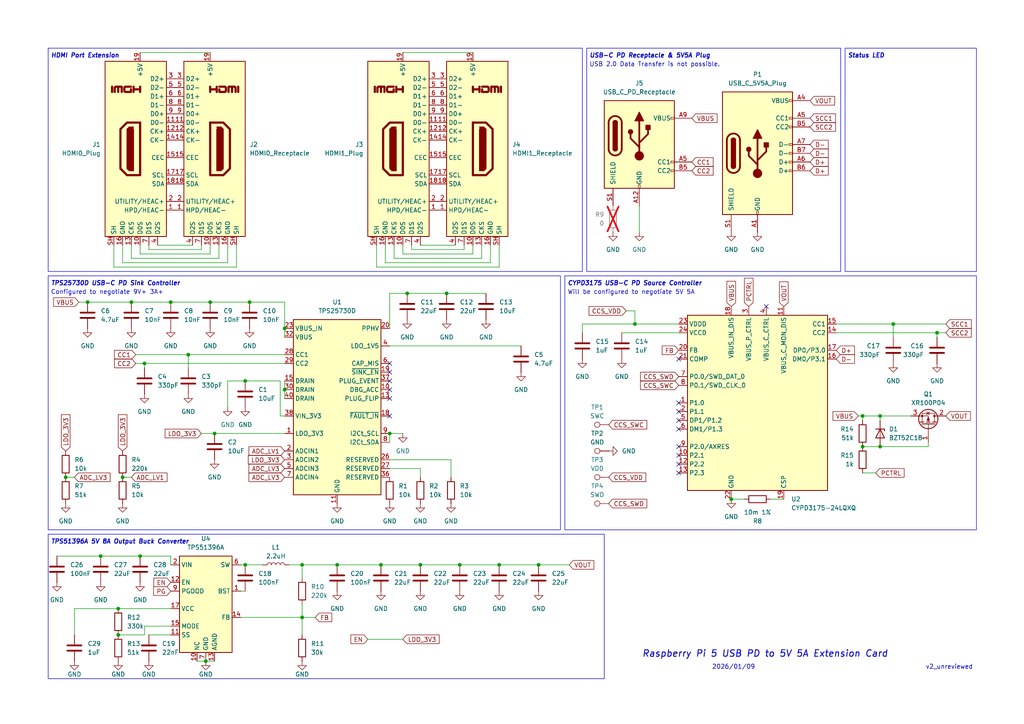
<source format=kicad_sch>
(kicad_sch (version 20250114) (generator "eeschema") (generator_version "9.0")
  (paper "A4")
  (rectangle (start 163.83 80.01) (end 283.21 153.67))
  (rectangle (start 13.97 80.01) (end 162.56 153.67))
  (rectangle (start 170.18 13.97) (end 243.84 78.74))
  (rectangle (start 13.97 13.97) (end 168.91 78.74))
  (rectangle (start 13.97 154.94) (end 175.26 196.85))
  (rectangle (start 245.11 13.97) (end 283.21 78.74))
  (text "Status LED" (at 245.872 16.256 0) (effects (font (size 1.27 1.27) (thickness 0.254) (bold yes) (italic yes)) (justify left)))
  (text "2026/01/09" (at 206.502 193.548 0) (effects (font (size 1.27 1.27) (thickness 0.1588)) (justify left)))
  (text "Configured to negotiate 9V+ 3A+" (at 14.732 84.836 0) (effects (font (size 1.27 1.27)) (justify left)))
  (text "v2_unreviewed" (at 268.478 193.548 0) (effects (font (size 1.27 1.27) (thickness 0.1588)) (justify left)))
  (text "USB 2.0 Data Transfer is not possible." (at 170.942 18.796 0) (effects (font (size 1.27 1.27)) (justify left)))
  (text "TPS51396A 5V 8A Output Buck Converter" (at 14.732 157.226 0) (effects (font (size 1.27 1.27) (thickness 0.254) (bold yes) (italic yes)) (justify left)))
  (text "HDMI Port Extension" (at 14.732 16.256 0) (effects (font (size 1.27 1.27) (thickness 0.254) (bold yes) (italic yes)) (justify left)))
  (text "CYPD3175 USB-C PD Source Controller" (at 164.592 82.296 0) (effects (font (size 1.27 1.27) (thickness 0.254) (bold yes) (italic yes)) (justify left)))
  (text "Raspberry Pi 5 USB PD to 5V 5A Extension Card" (at 186.182 189.738 0) (effects (font (size 1.905 1.905) (thickness 0.254) (bold yes) (italic yes)) (justify left)))
  (text "Will be configured to negotiate 5V 5A" (at 164.592 84.836 0) (effects (font (size 1.27 1.27)) (justify left)))
  (text "USB-C PD Receptacle & 5V5A Plug" (at 170.942 16.256 0) (effects (font (size 1.27 1.27) (thickness 0.254) (bold yes) (italic yes)) (justify left)))
  (text "TPS25730D USB-C PD Sink Controller" (at 14.732 82.296 0) (effects (font (size 1.27 1.27) (thickness 0.254) (bold yes) (italic yes)) (justify left)))
  (junction (at 87.63 179.07))
  (junction (at 87.63 163.83))
  (junction (at 110.49 163.83))
  (junction (at 121.92 163.83))
  (junction (at 59.69 191.77))
  (junction (at 82.55 95.25))
  (junction (at 72.39 87.63))
  (junction (at 49.53 87.63))
  (junction (at 71.12 163.83))
  (junction (at 129.54 85.09))
  (junction (at 271.78 96.52))
  (junction (at 250.19 129.54))
  (junction (at 212.09 144.78))
  (junction (at 144.78 163.83))
  (junction (at 97.79 163.83))
  (junction (at 62.23 125.73))
  (junction (at 41.91 105.41))
  (junction (at 255.27 120.65))
  (junction (at 25.4 87.63))
  (junction (at 156.21 163.83))
  (junction (at 71.12 110.49))
  (junction (at 255.27 129.54))
  (junction (at 38.1 87.63))
  (junction (at 40.64 161.29))
  (junction (at 82.55 113.03))
  (junction (at 60.96 87.63))
  (junction (at 259.08 93.98))
  (junction (at 35.56 138.43))
  (junction (at 34.29 184.15))
  (junction (at 133.35 163.83))
  (junction (at 34.29 176.53))
  (junction (at 29.21 161.29))
  (junction (at 118.11 85.09))
  (junction (at 113.03 125.73))
  (junction (at 54.61 102.87))
  (junction (at 250.19 120.65))
  (junction (at 184.15 93.98))
  (junction (at 19.05 138.43))
  (no_connect (at 196.85 104.14))
  (no_connect (at 113.03 120.65))
  (no_connect (at 113.03 105.41))
  (no_connect (at 196.85 132.08))
  (no_connect (at 196.85 124.46))
  (no_connect (at 196.85 129.54))
  (no_connect (at 196.85 116.84))
  (no_connect (at 113.03 107.95))
  (no_connect (at 113.03 113.03))
  (no_connect (at 196.85 137.16))
  (no_connect (at 222.25 88.9))
  (no_connect (at 113.03 110.49))
  (no_connect (at 196.85 121.92))
  (no_connect (at 196.85 134.62))
  (no_connect (at 196.85 119.38))
  (no_connect (at 113.03 115.57))
  (wire (pts (xy 114.3 71.12) (xy 114.3 74.93)))
  (wire (pts (xy 110.49 163.83) (xy 121.92 163.83)))
  (wire (pts (xy 144.78 71.12) (xy 144.78 77.47)))
  (wire (pts (xy 38.1 138.43) (xy 35.56 138.43)))
  (wire (pts (xy 87.63 179.07) (xy 91.44 179.07)))
  (wire (pts (xy 49.53 87.63) (xy 38.1 87.63)))
  (wire (pts (xy 49.53 181.61) (xy 41.91 181.61)))
  (wire (pts (xy 29.21 161.29) (xy 16.51 161.29)))
  (wire (pts (xy 21.59 138.43) (xy 19.05 138.43)))
  (wire (pts (xy 41.91 106.68) (xy 41.91 105.41)))
  (wire (pts (xy 255.27 129.54) (xy 269.24 129.54)))
  (wire (pts (xy 66.04 110.49) (xy 71.12 110.49)))
  (wire (pts (xy 45.72 71.12) (xy 55.88 71.12)))
  (wire (pts (xy 250.19 129.54) (xy 255.27 129.54)))
  (wire (pts (xy 121.92 138.43) (xy 121.92 135.89)))
  (wire (pts (xy 87.63 163.83) (xy 83.82 163.83)))
  (wire (pts (xy 165.1 163.83) (xy 156.21 163.83)))
  (wire (pts (xy 168.91 93.98) (xy 168.91 96.52)))
  (wire (pts (xy 38.1 74.93) (xy 63.5 74.93)))
  (wire (pts (xy 250.19 121.92) (xy 250.19 120.65)))
  (wire (pts (xy 184.15 93.98) (xy 168.91 93.98)))
  (wire (pts (xy 41.91 105.41) (xy 82.55 105.41)))
  (wire (pts (xy 180.34 96.52) (xy 196.85 96.52)))
  (wire (pts (xy 130.81 133.35) (xy 130.81 138.43)))
  (wire (pts (xy 82.55 87.63) (xy 82.55 95.25)))
  (wire (pts (xy 35.56 71.12) (xy 35.56 76.2)))
  (wire (pts (xy 35.56 76.2) (xy 66.04 76.2)))
  (wire (pts (xy 76.2 163.83) (xy 71.12 163.83)))
  (wire (pts (xy 242.57 96.52) (xy 271.78 96.52)))
  (wire (pts (xy 21.59 176.53) (xy 34.29 176.53)))
  (wire (pts (xy 62.23 125.73) (xy 82.55 125.73)))
  (wire (pts (xy 66.04 76.2) (xy 66.04 71.12)))
  (wire (pts (xy 111.76 76.2) (xy 142.24 76.2)))
  (wire (pts (xy 68.58 71.12) (xy 68.58 77.47)))
  (wire (pts (xy 57.15 191.77) (xy 59.69 191.77)))
  (wire (pts (xy 82.55 113.03) (xy 82.55 115.57)))
  (wire (pts (xy 60.96 87.63) (xy 49.53 87.63)))
  (wire (pts (xy 142.24 76.2) (xy 142.24 71.12)))
  (wire (pts (xy 181.61 90.17) (xy 184.15 90.17)))
  (wire (pts (xy 129.54 85.09) (xy 140.97 85.09)))
  (wire (pts (xy 34.29 176.53) (xy 49.53 176.53)))
  (wire (pts (xy 38.1 87.63) (xy 25.4 87.63)))
  (wire (pts (xy 271.78 96.52) (xy 274.32 96.52)))
  (wire (pts (xy 60.96 73.66) (xy 60.96 71.12)))
  (wire (pts (xy 119.38 71.12) (xy 119.38 72.39)))
  (wire (pts (xy 121.92 163.83) (xy 133.35 163.83)))
  (wire (pts (xy 109.22 77.47) (xy 109.22 71.12)))
  (wire (pts (xy 113.03 95.25) (xy 113.03 85.09)))
  (wire (pts (xy 269.24 129.54) (xy 269.24 128.27)))
  (wire (pts (xy 54.61 102.87) (xy 82.55 102.87)))
  (wire (pts (xy 116.84 73.66) (xy 137.16 73.66)))
  (wire (pts (xy 43.18 184.15) (xy 49.53 184.15)))
  (wire (pts (xy 41.91 184.15) (xy 34.29 184.15)))
  (wire (pts (xy 40.64 71.12) (xy 40.64 73.66)))
  (wire (pts (xy 81.28 120.65) (xy 82.55 120.65)))
  (wire (pts (xy 116.84 185.42) (xy 106.68 185.42)))
  (wire (pts (xy 97.79 163.83) (xy 110.49 163.83)))
  (wire (pts (xy 39.37 105.41) (xy 41.91 105.41)))
  (wire (pts (xy 196.85 93.98) (xy 184.15 93.98)))
  (wire (pts (xy 41.91 181.61) (xy 41.91 184.15)))
  (wire (pts (xy 72.39 87.63) (xy 60.96 87.63)))
  (wire (pts (xy 248.92 120.65) (xy 250.19 120.65)))
  (wire (pts (xy 33.02 77.47) (xy 33.02 71.12)))
  (wire (pts (xy 82.55 110.49) (xy 82.55 113.03)))
  (wire (pts (xy 116.84 15.24) (xy 137.16 15.24)))
  (wire (pts (xy 66.04 110.49) (xy 66.04 118.11)))
  (wire (pts (xy 113.03 128.27) (xy 113.03 125.73)))
  (wire (pts (xy 113.03 133.35) (xy 130.81 133.35)))
  (wire (pts (xy 71.12 171.45) (xy 69.85 171.45)))
  (wire (pts (xy 40.64 73.66) (xy 60.96 73.66)))
  (wire (pts (xy 40.64 15.24) (xy 60.96 15.24)))
  (wire (pts (xy 59.69 191.77) (xy 62.23 191.77)))
  (wire (pts (xy 40.64 161.29) (xy 29.21 161.29)))
  (wire (pts (xy 137.16 73.66) (xy 137.16 71.12)))
  (wire (pts (xy 58.42 125.73) (xy 62.23 125.73)))
  (wire (pts (xy 54.61 106.68) (xy 54.61 102.87)))
  (wire (pts (xy 81.28 110.49) (xy 81.28 120.65)))
  (wire (pts (xy 118.11 85.09) (xy 129.54 85.09)))
  (wire (pts (xy 185.42 67.31) (xy 185.42 59.69)))
  (wire (pts (xy 259.08 93.98) (xy 274.32 93.98)))
  (wire (pts (xy 82.55 87.63) (xy 72.39 87.63)))
  (wire (pts (xy 38.1 71.12) (xy 38.1 74.93)))
  (wire (pts (xy 114.3 74.93) (xy 139.7 74.93)))
  (wire (pts (xy 113.03 125.73) (xy 116.84 125.73)))
  (wire (pts (xy 43.18 72.39) (xy 58.42 72.39)))
  (wire (pts (xy 215.9 144.78) (xy 212.09 144.78)))
  (wire (pts (xy 63.5 74.93) (xy 63.5 71.12)))
  (wire (pts (xy 87.63 175.26) (xy 87.63 179.07)))
  (wire (pts (xy 184.15 90.17) (xy 184.15 93.98)))
  (wire (pts (xy 21.59 184.15) (xy 21.59 176.53)))
  (wire (pts (xy 111.76 71.12) (xy 111.76 76.2)))
  (wire (pts (xy 87.63 167.64) (xy 87.63 163.83)))
  (wire (pts (xy 49.53 163.83) (xy 49.53 161.29)))
  (wire (pts (xy 87.63 163.83) (xy 97.79 163.83)))
  (wire (pts (xy 113.03 85.09) (xy 118.11 85.09)))
  (wire (pts (xy 82.55 97.79) (xy 82.55 95.25)))
  (wire (pts (xy 255.27 121.92) (xy 255.27 120.65)))
  (wire (pts (xy 242.57 93.98) (xy 259.08 93.98)))
  (wire (pts (xy 144.78 77.47) (xy 109.22 77.47)))
  (wire (pts (xy 71.12 163.83) (xy 69.85 163.83)))
  (wire (pts (xy 25.4 87.63) (xy 22.86 87.63)))
  (wire (pts (xy 271.78 97.79) (xy 271.78 96.52)))
  (wire (pts (xy 223.52 144.78) (xy 227.33 144.78)))
  (wire (pts (xy 87.63 184.15) (xy 87.63 179.07)))
  (wire (pts (xy 116.84 71.12) (xy 116.84 73.66)))
  (wire (pts (xy 119.38 72.39) (xy 134.62 72.39)))
  (wire (pts (xy 113.03 100.33) (xy 151.13 100.33)))
  (wire (pts (xy 259.08 97.79) (xy 259.08 93.98)))
  (wire (pts (xy 68.58 77.47) (xy 33.02 77.47)))
  (wire (pts (xy 133.35 163.83) (xy 144.78 163.83)))
  (wire (pts (xy 58.42 72.39) (xy 58.42 71.12)))
  (wire (pts (xy 121.92 135.89) (xy 113.03 135.89)))
  (wire (pts (xy 71.12 110.49) (xy 81.28 110.49)))
  (wire (pts (xy 250.19 120.65) (xy 255.27 120.65)))
  (wire (pts (xy 43.18 71.12) (xy 43.18 72.39)))
  (wire (pts (xy 139.7 74.93) (xy 139.7 71.12)))
  (wire (pts (xy 254 137.16) (xy 250.19 137.16)))
  (wire (pts (xy 49.53 161.29) (xy 40.64 161.29)))
  (wire (pts (xy 69.85 179.07) (xy 87.63 179.07)))
  (wire (pts (xy 255.27 120.65) (xy 264.16 120.65)))
  (wire (pts (xy 39.37 102.87) (xy 54.61 102.87)))
  (wire (pts (xy 144.78 163.83) (xy 156.21 163.83)))
  (wire (pts (xy 134.62 72.39) (xy 134.62 71.12)))
  (wire (pts (xy 121.92 71.12) (xy 132.08 71.12)))
  (global_label "CCS_VDD" (shape input) (at 176.53 138.43 0) (effects (font (thickness 0.1588))) (property "Intersheetrefs" "${INTERSHEET_REFS}" (effects (hide yes))))
  (global_label "VOUT" (shape input) (at 234.95 29.21 0) (property "Intersheetrefs" "${INTERSHEET_REFS}" (effects (hide yes))))
  (global_label "FB" (shape input) (at 91.44 179.07 0) (property "Intersheetrefs" "${INTERSHEET_REFS}" (effects (hide yes))))
  (global_label "SCC1" (shape input) (at 234.95 34.29 0) (property "Intersheetrefs" "${INTERSHEET_REFS}" (effects (hide yes))))
  (global_label "CC2" (shape input) (at 39.37 105.41 180) (effects (font (thickness 0.1588))) (property "Intersheetrefs" "${INTERSHEET_REFS}" (effects (hide yes))))
  (global_label "SCC1" (shape input) (at 274.32 93.98 0) (property "Intersheetrefs" "${INTERSHEET_REFS}" (effects (hide yes))))
  (global_label "EN" (shape input) (at 106.68 185.42 180) (property "Intersheetrefs" "${INTERSHEET_REFS}" (effects (hide yes))))
  (global_label "LDO_3V3" (shape input) (at 35.56 130.81 90) (effects (font (thickness 0.1588))) (property "Intersheetrefs" "${INTERSHEET_REFS}" (effects (hide yes))))
  (global_label "ADC_LV3" (shape input) (at 21.59 138.43 0) (effects (font (thickness 0.1588))) (property "Intersheetrefs" "${INTERSHEET_REFS}" (effects (hide yes))))
  (global_label "D+" (shape input) (at 234.95 49.53 0) (property "Intersheetrefs" "${INTERSHEET_REFS}" (effects (hide yes))))
  (global_label "CCS_VDD" (shape input) (at 181.61 90.17 180) (effects (font (thickness 0.1588))) (property "Intersheetrefs" "${INTERSHEET_REFS}" (effects (hide yes))))
  (global_label "LDO_3V3" (shape input) (at 19.05 130.81 90) (effects (font (thickness 0.1588))) (property "Intersheetrefs" "${INTERSHEET_REFS}" (effects (hide yes))))
  (global_label "CCS_SWC" (shape input) (at 176.53 123.19 0) (effects (font (thickness 0.1588))) (property "Intersheetrefs" "${INTERSHEET_REFS}" (effects (hide yes))))
  (global_label "CCS_SWD" (shape input) (at 176.53 146.05 0) (effects (font (thickness 0.1588))) (property "Intersheetrefs" "${INTERSHEET_REFS}" (effects (hide yes))))
  (global_label "VOUT" (shape input) (at 165.1 163.83 0) (property "Intersheetrefs" "${INTERSHEET_REFS}" (effects (hide yes))))
  (global_label "D-" (shape input) (at 242.57 104.14 0) (property "Intersheetrefs" "${INTERSHEET_REFS}" (effects (hide yes))))
  (global_label "D+" (shape input) (at 234.95 46.99 0) (property "Intersheetrefs" "${INTERSHEET_REFS}" (effects (hide yes))))
  (global_label "ADC_LV3" (shape input) (at 82.55 138.43 180) (effects (font (thickness 0.1588))) (property "Intersheetrefs" "${INTERSHEET_REFS}" (effects (hide yes))))
  (global_label "CCS_SWC" (shape input) (at 196.85 111.76 180) (effects (font (thickness 0.1588))) (property "Intersheetrefs" "${INTERSHEET_REFS}" (effects (hide yes))))
  (global_label "EN" (shape input) (at 49.53 168.91 180) (property "Intersheetrefs" "${INTERSHEET_REFS}" (effects (hide yes))))
  (global_label "VOUT" (shape input) (at 274.32 120.65 0) (property "Intersheetrefs" "${INTERSHEET_REFS}" (effects (hide yes))))
  (global_label "CC1" (shape input) (at 39.37 102.87 180) (property "Intersheetrefs" "${INTERSHEET_REFS}" (effects (hide yes))))
  (global_label "ADC_LV1" (shape input) (at 82.55 130.81 180) (effects (font (thickness 0.1588))) (property "Intersheetrefs" "${INTERSHEET_REFS}" (effects (hide yes))))
  (global_label "CCS_SWD" (shape input) (at 196.85 109.22 180) (effects (font (thickness 0.1588))) (property "Intersheetrefs" "${INTERSHEET_REFS}" (effects (hide yes))))
  (global_label "LDO_3V3" (shape input) (at 116.84 185.42 0) (effects (font (thickness 0.1588))) (property "Intersheetrefs" "${INTERSHEET_REFS}" (effects (hide yes))))
  (global_label "CC2" (shape input) (at 200.66 49.53 0) (effects (font (thickness 0.1588))) (property "Intersheetrefs" "${INTERSHEET_REFS}" (effects (hide yes))))
  (global_label "SCC2" (shape input) (at 234.95 36.83 0) (effects (font (thickness 0.1588))) (property "Intersheetrefs" "${INTERSHEET_REFS}" (effects (hide yes))))
  (global_label "FB" (shape input) (at 196.85 101.6 180) (property "Intersheetrefs" "${INTERSHEET_REFS}" (effects (hide yes))))
  (global_label "VBUS" (shape input) (at 212.09 88.9 90) (property "Intersheetrefs" "${INTERSHEET_REFS}" (effects (hide yes))))
  (global_label "PG" (shape input) (at 49.53 171.45 180) (property "Intersheetrefs" "${INTERSHEET_REFS}" (effects (hide yes))))
  (global_label "ADC_LV3" (shape input) (at 82.55 135.89 180) (effects (font (thickness 0.1588))) (property "Intersheetrefs" "${INTERSHEET_REFS}" (effects (hide yes))))
  (global_label "SCC2" (shape input) (at 274.32 96.52 0) (effects (font (thickness 0.1588))) (property "Intersheetrefs" "${INTERSHEET_REFS}" (effects (hide yes))))
  (global_label "PCTRL" (shape input) (at 217.17 88.9 90) (property "Intersheetrefs" "${INTERSHEET_REFS}" (effects (hide yes))))
  (global_label "CC1" (shape input) (at 200.66 46.99 0) (property "Intersheetrefs" "${INTERSHEET_REFS}" (effects (hide yes))))
  (global_label "D-" (shape input) (at 234.95 44.45 0) (property "Intersheetrefs" "${INTERSHEET_REFS}" (effects (hide yes))))
  (global_label "D+" (shape input) (at 242.57 101.6 0) (property "Intersheetrefs" "${INTERSHEET_REFS}" (effects (hide yes))))
  (global_label "PCTRL" (shape input) (at 254 137.16 0) (property "Intersheetrefs" "${INTERSHEET_REFS}" (effects (hide yes))))
  (global_label "VOUT" (shape input) (at 227.33 88.9 90) (property "Intersheetrefs" "${INTERSHEET_REFS}" (effects (hide yes))))
  (global_label "VBUS" (shape input) (at 22.86 87.63 180) (property "Intersheetrefs" "${INTERSHEET_REFS}" (effects (hide yes))))
  (global_label "LDO_3V3" (shape input) (at 58.42 125.73 180) (effects (font (thickness 0.1588))) (property "Intersheetrefs" "${INTERSHEET_REFS}" (effects (hide yes))))
  (global_label "ADC_LV1" (shape input) (at 38.1 138.43 0) (effects (font (thickness 0.1588))) (property "Intersheetrefs" "${INTERSHEET_REFS}" (effects (hide yes))))
  (global_label "LDO_3V3" (shape input) (at 82.55 133.35 180) (effects (font (thickness 0.1588))) (property "Intersheetrefs" "${INTERSHEET_REFS}" (effects (hide yes))))
  (global_label "D-" (shape input) (at 234.95 41.91 0) (property "Intersheetrefs" "${INTERSHEET_REFS}" (effects (hide yes))))
  (global_label "VBUS" (shape input) (at 248.92 120.65 180) (property "Intersheetrefs" "${INTERSHEET_REFS}" (effects (hide yes))))
  (global_label "VBUS" (shape input) (at 200.66 34.29 0) (property "Intersheetrefs" "${INTERSHEET_REFS}" (effects (hide yes))))
  (symbol (lib_id "power:GND") (at 54.61 114.3 0) (unit 1)
    (property "Reference" "#PWR010" (effects (hide yes)))
    (property "Value" "GND" (at 54.61 119.38 0))
    (property "Description" "Power symbol creates a global label with name \"GND\" , ground" (effects (hide yes)))
  )
  (symbol (lib_id "Device:C") (at 54.61 110.49 0) (unit 1)
    (property "Reference" "C3" (at 58.42 109.2199 0) (effects (justify left)))
    (property "Value" "330pF" (at 58.42 111.7599 0) (effects (justify left)))
    (property "Description" "Unpolarized capacitor" (effects (hide yes)))
  )
  (symbol (lib_id "power:GND") (at 16.51 168.91 0) (unit 1)
    (property "Reference" "#PWR040" (effects (hide yes)))
    (property "Value" "GND" (at 16.51 173.99 0))
    (property "Description" "Power symbol creates a global label with name \"GND\" , ground" (effects (hide yes)))
  )
  (symbol (lib_id "Device:R") (at 250.19 133.35 0) (mirror y) (unit 1)
    (property "Reference" "R15" (at 247.65 132.0799 0) (effects (justify left)))
    (property "Value" "1k" (at 247.65 134.6199 0) (effects (justify left)))
    (property "Description" "Resistor" (effects (hide yes)))
  )
  (symbol (lib_id "Connector:HDMI_D_1.4") (at 40.64 43.18 0) (mirror y) (unit 1)
    (property "Reference" "J1" (at 29.21 41.9099 0) (effects (justify left)))
    (property "Value" "HDMI0_Plug" (at 29.21 44.4499 0) (effects (justify left)))
    (property "Datasheet" "http://pinoutguide.com/PortableDevices/micro_hdmi_type_d_pinout.shtml" (effects (hide yes)))
    (property "Description" "HDMI 1.4+ type D connector" (effects (hide yes)))
  )
  (symbol (lib_id "power:GND") (at 151.13 107.95 0) (unit 1)
    (property "Reference" "#PWR012" (effects (hide yes)))
    (property "Value" "GND" (at 151.13 113.03 0))
    (property "Description" "Power symbol creates a global label with name \"GND\" , ground" (effects (hide yes)))
  )
  (symbol (lib_id "Device:R") (at 34.29 180.34 0) (unit 1)
    (property "Reference" "R12" (at 36.83 179.0699 0) (effects (justify left)))
    (property "Value" "330k" (at 36.83 181.6099 0) (effects (justify left)))
    (property "Description" "Resistor" (effects (hide yes)))
  )
  (symbol (lib_id "power:GND") (at 133.35 171.45 0) (unit 1)
    (property "Reference" "#PWR037" (effects (hide yes)))
    (property "Value" "GND" (at 133.35 176.53 0))
    (property "Description" "Power symbol creates a global label with name \"GND\" , ground" (effects (hide yes)))
  )
  (symbol (lib_id "power:GND") (at 156.21 171.45 0) (unit 1)
    (property "Reference" "#PWR039" (effects (hide yes)))
    (property "Value" "GND" (at 156.21 176.53 0))
    (property "Description" "Power symbol creates a global label with name \"GND\" , ground" (effects (hide yes)))
  )
  (symbol (lib_id "power:GND") (at 110.49 171.45 0) (unit 1)
    (property "Reference" "#PWR035" (effects (hide yes)))
    (property "Value" "GND" (at 110.49 176.53 0))
    (property "Description" "Power symbol creates a global label with name \"GND\" , ground" (effects (hide yes)))
  )
  (symbol (lib_id "Connector:TestPoint") (at 176.53 130.81 90) (unit 1)
    (property "Reference" "TP2" (at 173.228 125.73 90))
    (property "Value" "GND" (at 173.228 128.27 90))
    (property "Description" "test point" (effects (hide yes)))
  )
  (symbol (lib_id "Device:R") (at 130.81 142.24 0) (unit 1)
    (property "Reference" "R3" (at 133.35 140.9699 0) (effects (justify left)))
    (property "Value" "10k" (at 133.35 143.5099 0) (effects (justify left)))
    (property "Description" "Resistor" (effects (hide yes)))
  )
  (symbol (lib_id "Device:C") (at 121.92 167.64 0) (unit 1)
    (property "Reference" "C22" (at 125.73 166.3699 0) (effects (justify left)))
    (property "Value" "22uF" (at 125.73 168.9099 0) (effects (justify left)))
    (property "Description" "Unpolarized capacitor" (effects (hide yes)))
  )
  (symbol (lib_id "power:GND") (at 62.23 133.35 0) (unit 1)
    (property "Reference" "#PWR09" (effects (hide yes)))
    (property "Value" "GND" (at 62.23 138.43 0))
    (property "Description" "Power symbol creates a global label with name \"GND\" , ground" (effects (hide yes)))
  )
  (symbol (lib_id "power:GND") (at 144.78 171.45 0) (unit 1)
    (property "Reference" "#PWR038" (effects (hide yes)))
    (property "Value" "GND" (at 144.78 176.53 0))
    (property "Description" "Power symbol creates a global label with name \"GND\" , ground" (effects (hide yes)))
  )
  (symbol (lib_id "Regulator_Switching:TPS51396A") (at 59.69 173.99 0) (unit 1)
    (property "Reference" "U4" (at 59.69 156.21 0))
    (property "Value" "TPS51396A" (at 59.69 158.75 0))
    (property "Footprint" "Package_DFN_QFN:Texas_RJE0020A_VQFN-20-1EP_3x3mm_P0.45mm_EP0.675x0.76mm" (effects (hide yes)))
    (property "Datasheet" "https://www.ti.com/lit/gpn/tps51396a" (effects (hide yes)))
    (property "Description" "4.5V to 24V Input, 8A Synchronous Step-Down Voltage Regulator, VQFN-20" (effects (hide yes)))
  )
  (symbol (lib_id "power:GND") (at 21.59 191.77 0) (unit 1)
    (property "Reference" "#PWR044" (effects (hide yes)))
    (property "Value" "GND" (at 21.59 195.58 0))
    (property "Description" "Power symbol creates a global label with name \"GND\" , ground" (effects (hide yes)))
  )
  (symbol (lib_id "Device:C") (at 129.54 88.9 0) (unit 1)
    (property "Reference" "C12" (at 133.35 87.6299 0) (effects (justify left)))
    (property "Value" "22uF" (at 133.35 90.1699 0) (effects (justify left)))
    (property "Description" "Unpolarized capacitor" (effects (hide yes)))
  )
  (symbol (lib_id "Connector:TestPoint") (at 176.53 138.43 90) (unit 1)
    (property "Reference" "TP3" (at 173.228 133.35 90))
    (property "Value" "VDD" (at 173.228 135.89 90))
    (property "Description" "test point" (effects (hide yes)))
  )
  (symbol (lib_id "power:GND") (at 25.4 95.25 0) (unit 1)
    (property "Reference" "#PWR013" (effects (hide yes)))
    (property "Value" "GND" (at 25.4 100.33 0))
    (property "Description" "Power symbol creates a global label with name \"GND\" , ground" (effects (hide yes)))
  )
  (symbol (lib_id "Interface_USB:TPS25730D") (at 97.79 118.11 0) (unit 1)
    (property "Reference" "U1" (at 97.79 87.63 0))
    (property "Value" "TPS25730D" (at 97.79 90.17 0))
    (property "Footprint" "Package_DFN_QFN:Texas_REF0038A_WQFN-38-2EP_6x4mm_P0.4" (effects (hide yes)))
    (property "Datasheet" "https://www.ti.com/lit/ds/symlink/tps25730.pdf" (effects (hide yes)))
    (property "Description" "USB Type-C and USB PD Controller, Integrated Power Switches, QFN-38" (effects (hide yes)))
  )
  (symbol (lib_id "power:GND") (at 49.53 95.25 0) (unit 1)
    (property "Reference" "#PWR015" (effects (hide yes)))
    (property "Value" "GND" (at 49.53 100.33 0))
    (property "Description" "Power symbol creates a global label with name \"GND\" , ground" (effects (hide yes)))
  )
  (symbol (lib_id "Device:C") (at 16.51 165.1 0) (unit 1)
    (property "Reference" "C26" (at 20.32 163.8299 0) (effects (justify left)))
    (property "Value" "100nF" (at 20.32 166.3699 0) (effects (justify left)))
    (property "Description" "Unpolarized capacitor" (effects (hide yes)))
  )
  (symbol (lib_id "Device:C") (at 259.08 101.6 0) (mirror y) (unit 1)
    (property "Reference" "C17" (at 255.27 100.3299 0) (effects (justify left)))
    (property "Value" "330pF" (at 255.27 102.8699 0) (effects (justify left)))
    (property "Description" "Unpolarized capacitor" (effects (hide yes)))
  )
  (symbol (lib_id "Device:R") (at 219.71 144.78 270) (mirror x) (unit 1)
    (property "Reference" "R8" (at 219.71 151.13 90))
    (property "Value" "10m 1%" (at 219.71 148.59 90))
    (property "Description" "Resistor" (effects (hide yes)))
  )
  (symbol (lib_id "power:GND") (at 97.79 171.45 0) (unit 1)
    (property "Reference" "#PWR034" (effects (hide yes)))
    (property "Value" "GND" (at 97.79 176.53 0))
    (property "Description" "Power symbol creates a global label with name \"GND\" , ground" (effects (hide yes)))
  )
  (symbol (lib_id "Device:C") (at 43.18 187.96 0) (unit 1)
    (property "Reference" "C19" (at 46.99 186.6899 0) (effects (justify left)))
    (property "Value" "22nF" (at 46.99 189.2299 0) (effects (justify left)))
    (property "Description" "Unpolarized capacitor" (effects (hide yes)))
  )
  (symbol (lib_id "Device:R") (at 250.19 125.73 0) (mirror y) (unit 1)
    (property "Reference" "R14" (at 247.65 124.4599 0) (effects (justify left)))
    (property "Value" "51k" (at 247.65 126.9999 0) (effects (justify left)))
    (property "Description" "Resistor" (effects (hide yes)))
  )
  (symbol (lib_id "Device:R") (at 19.05 134.62 0) (unit 1)
    (property "Reference" "R6" (at 21.59 133.3499 0) (effects (justify left)))
    (property "Value" "10k" (at 21.59 135.8899 0) (effects (justify left)))
    (property "Description" "Resistor" (effects (hide yes)))
  )
  (symbol (lib_id "Device:L") (at 80.01 163.83 90) (unit 1)
    (property "Reference" "L1" (at 80.01 158.75 90))
    (property "Value" "2.2uH" (at 80.01 161.29 90))
    (property "Description" "Inductor" (effects (hide yes)))
  )
  (symbol (lib_id "power:GND") (at 60.96 95.25 0) (unit 1)
    (property "Reference" "#PWR016" (effects (hide yes)))
    (property "Value" "GND" (at 60.96 100.33 0))
    (property "Description" "Power symbol creates a global label with name \"GND\" , ground" (effects (hide yes)))
  )
  (symbol (lib_id "Connector:HDMI_D_1.4") (at 137.16 43.18 0) (unit 1)
    (property "Reference" "J4" (at 148.59 41.9099 0) (effects (justify left)))
    (property "Value" "HDMI1_Receptacle" (at 148.59 44.4499 0) (effects (justify left)))
    (property "Datasheet" "http://pinoutguide.com/PortableDevices/micro_hdmi_type_d_pinout.shtml" (effects (hide yes)))
    (property "Description" "HDMI 1.4+ type D connector" (effects (hide yes)))
  )
  (symbol (lib_id "power:GND") (at 176.53 130.81 90) (unit 1)
    (property "Reference" "#PWR045" (effects (hide yes)))
    (property "Value" "GND" (at 180.34 130.8099 90) (effects (justify right)))
    (property "Description" "Power symbol creates a global label with name \"GND\" , ground" (effects (hide yes)))
  )
  (symbol (lib_id "power:GND") (at 97.79 146.05 0) (unit 1)
    (property "Reference" "#PWR03" (effects (hide yes)))
    (property "Value" "GND" (at 97.79 151.13 0))
    (property "Description" "Power symbol creates a global label with name \"GND\" , ground" (effects (hide yes)))
  )
  (symbol (lib_id "power:GND") (at 66.04 118.11 0) (unit 1)
    (property "Reference" "#PWR02" (effects (hide yes)))
    (property "Value" "GND" (at 66.04 123.19 0))
    (property "Description" "Power symbol creates a global label with name \"GND\" , ground" (effects (hide yes)))
  )
  (symbol (lib_id "Connector:HDMI_D_1.4") (at 60.96 43.18 0) (unit 1)
    (property "Reference" "J2" (at 72.39 41.9099 0) (effects (justify left)))
    (property "Value" "HDMI0_Receptacle" (at 72.39 44.4499 0) (effects (justify left)))
    (property "Datasheet" "http://pinoutguide.com/PortableDevices/micro_hdmi_type_d_pinout.shtml" (effects (hide yes)))
    (property "Description" "HDMI 1.4+ type D connector" (effects (hide yes)))
  )
  (symbol (lib_id "power:GND") (at 121.92 171.45 0) (unit 1)
    (property "Reference" "#PWR036" (effects (hide yes)))
    (property "Value" "GND" (at 121.92 176.53 0))
    (property "Description" "Power symbol creates a global label with name \"GND\" , ground" (effects (hide yes)))
  )
  (symbol (lib_id "Device:C") (at 40.64 165.1 0) (unit 1)
    (property "Reference" "C28" (at 44.45 163.8299 0) (effects (justify left)))
    (property "Value" "22uF" (at 44.45 166.3699 0) (effects (justify left)))
    (property "Description" "Unpolarized capacitor" (effects (hide yes)))
  )
  (symbol (lib_id "power:GND") (at 140.97 92.71 0) (unit 1)
    (property "Reference" "#PWR020" (effects (hide yes)))
    (property "Value" "GND" (at 140.97 97.79 0))
    (property "Description" "Power symbol creates a global label with name \"GND\" , ground" (effects (hide yes)))
  )
  (symbol (lib_id "power:GND") (at 177.8 67.31 0) (unit 1)
    (property "Reference" "#PWR028" (effects (hide yes)))
    (property "Value" "GND" (at 177.8 72.39 0))
    (property "Description" "Power symbol creates a global label with name \"GND\" , ground" (effects (hide yes)))
  )
  (symbol (lib_id "Device:R") (at 87.63 187.96 0) (unit 1)
    (property "Reference" "R11" (at 90.17 186.6899 0) (effects (justify left)))
    (property "Value" "30k" (at 90.17 189.2299 0) (effects (justify left)))
    (property "Description" "Resistor" (effects (hide yes)))
  )
  (symbol (lib_id "power:GND") (at 116.84 125.73 0) (unit 1)
    (property "Reference" "#PWR021" (effects (hide yes)))
    (property "Value" "GND" (at 116.84 130.81 0))
    (property "Description" "Power symbol creates a global label with name \"GND\" , ground" (effects (hide yes)))
  )
  (symbol (lib_id "power:GND") (at 29.21 168.91 0) (unit 1)
    (property "Reference" "#PWR041" (effects (hide yes)))
    (property "Value" "GND" (at 29.21 173.99 0))
    (property "Description" "Power symbol creates a global label with name \"GND\" , ground" (effects (hide yes)))
  )
  (symbol (lib_id "power:GND") (at 41.91 114.3 0) (unit 1)
    (property "Reference" "#PWR011" (effects (hide yes)))
    (property "Value" "GND" (at 41.91 119.38 0))
    (property "Description" "Power symbol creates a global label with name \"GND\" , ground" (effects (hide yes)))
  )
  (symbol (lib_id "Device:C") (at 271.78 101.6 0) (mirror y) (unit 1)
    (property "Reference" "C16" (at 267.97 100.3299 0) (effects (justify left)))
    (property "Value" "330pF" (at 267.97 102.8699 0) (effects (justify left)))
    (property "Description" "Unpolarized capacitor" (effects (hide yes)))
  )
  (symbol (lib_id "power:GND") (at 34.29 191.77 0) (unit 1)
    (property "Reference" "#PWR043" (effects (hide yes)))
    (property "Value" "GND" (at 34.29 195.58 0))
    (property "Description" "Power symbol creates a global label with name \"GND\" , ground" (effects (hide yes)))
  )
  (symbol (lib_id "power:GND") (at 35.56 146.05 0) (unit 1)
    (property "Reference" "#PWR07" (effects (hide yes)))
    (property "Value" "GND" (at 35.56 151.13 0))
    (property "Description" "Power symbol creates a global label with name \"GND\" , ground" (effects (hide yes)))
  )
  (symbol (lib_id "power:GND") (at 38.1 95.25 0) (unit 1)
    (property "Reference" "#PWR014" (effects (hide yes)))
    (property "Value" "GND" (at 38.1 100.33 0))
    (property "Description" "Power symbol creates a global label with name \"GND\" , ground" (effects (hide yes)))
  )
  (symbol (lib_id "Device:C") (at 144.78 167.64 0) (unit 1)
    (property "Reference" "C24" (at 148.59 166.3699 0) (effects (justify left)))
    (property "Value" "22uF" (at 148.59 168.9099 0) (effects (justify left)))
    (property "Description" "Unpolarized capacitor" (effects (hide yes)))
  )
  (symbol (lib_id "power:GND") (at 59.69 191.77 0) (unit 1)
    (property "Reference" "#PWR029" (effects (hide yes)))
    (property "Value" "GND" (at 59.69 195.58 0))
    (property "Description" "Power symbol creates a global label with name \"GND\" , ground" (effects (hide yes)))
  )
  (symbol (lib_id "power:GND") (at 129.54 92.71 0) (unit 1)
    (property "Reference" "#PWR019" (effects (hide yes)))
    (property "Value" "GND" (at 129.54 97.79 0))
    (property "Description" "Power symbol creates a global label with name \"GND\" , ground" (effects (hide yes)))
  )
  (symbol (lib_id "Device:C") (at 180.34 100.33 0) (unit 1)
    (property "Reference" "C14" (at 184.15 99.0599 0) (effects (justify left)))
    (property "Value" "1uF" (at 184.15 101.5999 0) (effects (justify left)))
    (property "Description" "Unpolarized capacitor" (effects (hide yes)))
  )
  (symbol (lib_id "power:GND") (at 271.78 105.41 0) (mirror y) (unit 1)
    (property "Reference" "#PWR030" (effects (hide yes)))
    (property "Value" "GND" (at 271.78 110.49 0))
    (property "Description" "Power symbol creates a global label with name \"GND\" , ground" (effects (hide yes)))
  )
  (symbol (lib_id "Diode:BZT52Bxx") (at 255.27 125.73 270) (unit 1)
    (property "Reference" "D1" (at 257.81 124.4599 90) (effects (justify left)))
    (property "Value" "BZT52C18" (at 257.81 126.9999 90) (effects (justify left)))
    (property "Footprint" "Diode_SMD:D_SOD-123F" (effects (hide yes)))
    (property "Datasheet" "https://diotec.com/tl_files/diotec/files/pdf/datasheets/bzt52b2v4.pdf" (effects (hide yes)))
    (property "Description" "500mW Zener Diode, SOD-123F" (effects (hide yes)))
  )
  (symbol (lib_id "Connector:USB_C_Receptacle_USB2.0_14P") (at 219.71 44.45 0) (unit 1)
    (property "Reference" "P1" (at 219.71 21.59 0))
    (property "Value" "USB_C_5V5A_Plug" (at 219.71 24.13 0))
    (property "Datasheet" "https://www.usb.org/sites/default/files/documents/usb_type-c.zip" (effects (hide yes)))
    (property "Description" "USB 2.0-only 14P Type-C Receptacle connector" (effects (hide yes)))
  )
  (symbol (lib_id "Device:C") (at 151.13 104.14 0) (unit 1)
    (property "Reference" "C5" (at 154.94 102.8699 0) (effects (justify left)))
    (property "Value" "4.7uF" (at 154.94 105.4099 0) (effects (justify left)))
    (property "Description" "Unpolarized capacitor" (effects (hide yes)))
  )
  (symbol (lib_id "Connector:TestPoint") (at 176.53 123.19 90) (unit 1)
    (property "Reference" "TP1" (at 173.228 118.11 90))
    (property "Value" "SWC" (at 173.228 120.65 90))
    (property "Description" "test point" (effects (hide yes)))
  )
  (symbol (lib_id "Device:C") (at 133.35 167.64 0) (unit 1)
    (property "Reference" "C23" (at 137.16 166.3699 0) (effects (justify left)))
    (property "Value" "22uF" (at 137.16 168.9099 0) (effects (justify left)))
    (property "Description" "Unpolarized capacitor" (effects (hide yes)))
  )
  (symbol (lib_id "Device:R") (at 35.56 142.24 0) (unit 1)
    (property "Reference" "R5" (at 38.1 140.9699 0) (effects (justify left)))
    (property "Value" "10k" (at 38.1 143.5099 0) (effects (justify left)))
    (property "Description" "Resistor" (effects (hide yes)))
  )
  (symbol (lib_id "power:GND") (at 43.18 191.77 0) (unit 1)
    (property "Reference" "#PWR032" (effects (hide yes)))
    (property "Value" "GND" (at 43.18 195.58 0))
    (property "Description" "Power symbol creates a global label with name \"GND\" , ground" (effects (hide yes)))
  )
  (symbol (lib_id "Device:R") (at 113.03 142.24 0) (unit 1)
    (property "Reference" "R1" (at 115.57 140.9699 0) (effects (justify left)))
    (property "Value" "10k" (at 115.57 143.5099 0) (effects (justify left)))
    (property "Description" "Resistor" (effects (hide yes)))
  )
  (symbol (lib_id "power:GND") (at 118.11 92.71 0) (unit 1)
    (property "Reference" "#PWR018" (effects (hide yes)))
    (property "Value" "GND" (at 118.11 97.79 0))
    (property "Description" "Power symbol creates a global label with name \"GND\" , ground" (effects (hide yes)))
  )
  (symbol (lib_id "power:GND") (at 259.08 105.41 0) (mirror y) (unit 1)
    (property "Reference" "#PWR031" (effects (hide yes)))
    (property "Value" "GND" (at 259.08 110.49 0))
    (property "Description" "Power symbol creates a global label with name \"GND\" , ground" (effects (hide yes)))
  )
  (symbol (lib_id "power:GND") (at 168.91 104.14 0) (unit 1)
    (property "Reference" "#PWR024" (effects (hide yes)))
    (property "Value" "GND" (at 168.91 109.22 0))
    (property "Description" "Power symbol creates a global label with name \"GND\" , ground" (effects (hide yes)))
  )
  (symbol (lib_id "Device:C") (at 71.12 114.3 0) (unit 1)
    (property "Reference" "C1" (at 74.93 113.0299 0) (effects (justify left)))
    (property "Value" "10uF" (at 74.93 115.5699 0) (effects (justify left)))
    (property "Description" "Unpolarized capacitor" (effects (hide yes)))
  )
  (symbol (lib_id "Transistor_FET:SUD50P04-08") (at 269.24 123.19 270) (mirror x) (unit 1)
    (property "Reference" "Q1" (at 269.24 114.3 90))
    (property "Value" "XR100P04" (at 269.24 116.84 90))
    (property "Footprint" "Package_TO_SOT_SMD:TO-252-2" (effects (hide yes)))
    (property "Datasheet" "https://www.vishay.com/docs/65594/sud50p04-08.pdf" (effects (hide yes)))
    (property "Description" "-50A Id, -40V Vds, TrenchFET P-Channel Power MOSFET, 8.1mOhm Ron, 159nC Qg, -55 to 150 °C, TO-252-2" (effects (hide yes)))
  )
  (symbol (lib_id "Device:C") (at 38.1 91.44 0) (unit 1)
    (property "Reference" "C7" (at 41.91 90.1699 0) (effects (justify left)))
    (property "Value" "10nF" (at 41.91 92.7099 0) (effects (justify left)))
    (property "Description" "Unpolarized capacitor" (effects (hide yes)))
  )
  (symbol (lib_id "Device:C") (at 29.21 165.1 0) (unit 1)
    (property "Reference" "C27" (at 33.02 163.8299 0) (effects (justify left)))
    (property "Value" "22uF" (at 33.02 166.3699 0) (effects (justify left)))
    (property "Description" "Unpolarized capacitor" (effects (hide yes)))
  )
  (symbol (lib_id "Device:R") (at 177.8 63.5 0) (mirror y) (unit 1) (exclude_from_sim yes) (in_bom no) (dnp yes)
    (property "Reference" "R9" (at 175.26 62.2299 0) (effects (justify left)))
    (property "Value" "0" (at 175.26 64.7699 0) (effects (justify left)))
    (property "Description" "Resistor" (effects (hide yes)))
  )
  (symbol (lib_id "power:GND") (at 71.12 118.11 0) (unit 1)
    (property "Reference" "#PWR01" (effects (hide yes)))
    (property "Value" "GND" (at 71.12 123.19 0))
    (property "Description" "Power symbol creates a global label with name \"GND\" , ground" (effects (hide yes)))
  )
  (symbol (lib_id "power:GND") (at 180.34 104.14 0) (unit 1)
    (property "Reference" "#PWR022" (effects (hide yes)))
    (property "Value" "GND" (at 180.34 109.22 0))
    (property "Description" "Power symbol creates a global label with name \"GND\" , ground" (effects (hide yes)))
  )
  (symbol (lib_id "Device:C") (at 97.79 167.64 0) (unit 1)
    (property "Reference" "C20" (at 101.6 166.3699 0) (effects (justify left)))
    (property "Value" "100nF" (at 101.6 168.9099 0) (effects (justify left)))
    (property "Description" "Unpolarized capacitor" (effects (hide yes)))
  )
  (symbol (lib_id "Connector:USB_C_Receptacle_PowerOnly_6P") (at 185.42 41.91 0) (unit 1)
    (property "Reference" "J5" (at 185.42 24.13 0))
    (property "Value" "USB_C_PD_Receptacle" (at 185.42 26.67 0))
    (property "Datasheet" "https://www.usb.org/sites/default/files/documents/usb_type-c.zip" (effects (hide yes)))
    (property "Description" "USB Power-Only 6P Type-C Receptacle connector" (effects (hide yes)))
  )
  (symbol (lib_id "Connector:HDMI_D_1.4") (at 116.84 43.18 0) (mirror y) (unit 1)
    (property "Reference" "J3" (at 105.41 41.9099 0) (effects (justify left)))
    (property "Value" "HDMI1_Plug" (at 105.41 44.4499 0) (effects (justify left)))
    (property "Datasheet" "http://pinoutguide.com/PortableDevices/micro_hdmi_type_d_pinout.shtml" (effects (hide yes)))
    (property "Description" "HDMI 1.4+ type D connector" (effects (hide yes)))
  )
  (symbol (lib_id "power:GND") (at 130.81 146.05 0) (unit 1)
    (property "Reference" "#PWR06" (effects (hide yes)))
    (property "Value" "GND" (at 130.81 151.13 0))
    (property "Description" "Power symbol creates a global label with name \"GND\" , ground" (effects (hide yes)))
  )
  (symbol (lib_id "power:GND") (at 87.63 191.77 0) (unit 1)
    (property "Reference" "#PWR033" (effects (hide yes)))
    (property "Value" "GND" (at 87.63 195.58 0))
    (property "Description" "Power symbol creates a global label with name \"GND\" , ground" (effects (hide yes)))
  )
  (symbol (lib_id "Device:C") (at 41.91 110.49 0) (unit 1)
    (property "Reference" "C4" (at 45.72 109.2199 0) (effects (justify left)))
    (property "Value" "330pF" (at 45.72 111.7599 0) (effects (justify left)))
    (property "Description" "Unpolarized capacitor" (effects (hide yes)))
  )
  (symbol (lib_id "Device:C") (at 21.59 187.96 0) (unit 1)
    (property "Reference" "C29" (at 25.4 186.6899 0) (effects (justify left)))
    (property "Value" "1uF" (at 25.4 189.2299 0) (effects (justify left)))
    (property "Description" "Unpolarized capacitor" (effects (hide yes)))
  )
  (symbol (lib_id "power:GND") (at 40.64 168.91 0) (unit 1)
    (property "Reference" "#PWR042" (effects (hide yes)))
    (property "Value" "GND" (at 40.64 173.99 0))
    (property "Description" "Power symbol creates a global label with name \"GND\" , ground" (effects (hide yes)))
  )
  (symbol (lib_id "Device:R") (at 35.56 134.62 0) (unit 1)
    (property "Reference" "R4" (at 38.1 133.3499 0) (effects (justify left)))
    (property "Value" "220k" (at 38.1 135.8899 0) (effects (justify left)))
    (property "Description" "Resistor" (effects (hide yes)))
  )
  (symbol (lib_id "power:GND") (at 113.03 146.05 0) (unit 1)
    (property "Reference" "#PWR04" (effects (hide yes)))
    (property "Value" "GND" (at 113.03 151.13 0))
    (property "Description" "Power symbol creates a global label with name \"GND\" , ground" (effects (hide yes)))
  )
  (symbol (lib_id "power:GND") (at 185.42 67.31 0) (unit 1)
    (property "Reference" "#PWR025" (effects (hide yes)))
    (property "Value" "GND" (at 185.42 72.39 0))
    (property "Description" "Power symbol creates a global label with name \"GND\" , ground" (effects (hide yes)))
  )
  (symbol (lib_id "power:GND") (at 219.71 67.31 0) (unit 1)
    (property "Reference" "#PWR026" (effects (hide yes)))
    (property "Value" "GND" (at 219.71 72.39 0))
    (property "Description" "Power symbol creates a global label with name \"GND\" , ground" (effects (hide yes)))
  )
  (symbol (lib_id "Device:C") (at 140.97 88.9 0) (unit 1)
    (property "Reference" "C13" (at 144.78 87.6299 0) (effects (justify left)))
    (property "Value" "10uF" (at 144.78 90.1699 0) (effects (justify left)))
    (property "Description" "Unpolarized capacitor" (effects (hide yes)))
  )
  (symbol (lib_id "Device:C") (at 49.53 91.44 0) (unit 1)
    (property "Reference" "C8" (at 53.34 90.1699 0) (effects (justify left)))
    (property "Value" "10nF" (at 53.34 92.7099 0) (effects (justify left)))
    (property "Description" "Unpolarized capacitor" (effects (hide yes)))
  )
  (symbol (lib_id "Device:C") (at 168.91 100.33 0) (unit 1)
    (property "Reference" "C15" (at 172.72 99.0599 0) (effects (justify left)))
    (property "Value" "1uF" (at 172.72 101.5999 0) (effects (justify left)))
    (property "Description" "Unpolarized capacitor" (effects (hide yes)))
  )
  (symbol (lib_id "Device:C") (at 110.49 167.64 0) (unit 1)
    (property "Reference" "C21" (at 114.3 166.3699 0) (effects (justify left)))
    (property "Value" "22uF" (at 114.3 168.9099 0) (effects (justify left)))
    (property "Description" "Unpolarized capacitor" (effects (hide yes)))
  )
  (symbol (lib_id "Interface_USB:CYPD3175-24LQXQ") (at 219.71 116.84 0) (unit 1)
    (property "Reference" "U2" (at 229.4733 144.78 0) (effects (justify left)))
    (property "Value" "CYPD3175-24LQXQ" (at 229.4733 147.32 0) (effects (justify left)))
    (property "Footprint" "Package_DFN_QFN:QFN-24-1EP_4x4mm_P0.5mm_EP2.75x2.75mm" (effects (hide yes)))
    (property "Datasheet" "https://www.infineon.com/dgdl/Infineon-EZ-PD(TM)_CCG3PA_Datasheet_USB_Type-C_Port_Controller-DataSheet-v09_00-EN.pdf?fileId=8ac78c8c7d0d8da4017d0ee438366ac0" (effects (hide yes)))
    (property "Description" "USB Type-C port controller, Cortex®-M0 processor, DFP CC with direct feedback bootloader, QFN-24" (effects (hide yes)))
  )
  (symbol (lib_id "Device:C") (at 25.4 91.44 0) (unit 1)
    (property "Reference" "C6" (at 29.21 90.1699 0) (effects (justify left)))
    (property "Value" "4.7uF" (at 29.21 92.7099 0) (effects (justify left)))
    (property "Description" "Unpolarized capacitor" (effects (hide yes)))
  )
  (symbol (lib_id "Connector:TestPoint") (at 176.53 146.05 90) (unit 1)
    (property "Reference" "TP4" (at 173.228 140.97 90))
    (property "Value" "SWD" (at 173.228 143.51 90))
    (property "Description" "test point" (effects (hide yes)))
  )
  (symbol (lib_id "Device:C") (at 71.12 167.64 0) (unit 1)
    (property "Reference" "C18" (at 74.93 166.3699 0) (effects (justify left)))
    (property "Value" "100nF" (at 74.93 168.9099 0) (effects (justify left)))
    (property "Description" "Unpolarized capacitor" (effects (hide yes)))
  )
  (symbol (lib_id "power:GND") (at 19.05 146.05 0) (unit 1)
    (property "Reference" "#PWR08" (effects (hide yes)))
    (property "Value" "GND" (at 19.05 151.13 0))
    (property "Description" "Power symbol creates a global label with name \"GND\" , ground" (effects (hide yes)))
  )
  (symbol (lib_id "Device:R") (at 34.29 187.96 0) (unit 1)
    (property "Reference" "R13" (at 36.83 186.6899 0) (effects (justify left)))
    (property "Value" "51k" (at 36.83 189.2299 0) (effects (justify left)))
    (property "Description" "Resistor" (effects (hide yes)))
  )
  (symbol (lib_id "Device:C") (at 72.39 91.44 0) (unit 1)
    (property "Reference" "C10" (at 76.2 90.1699 0) (effects (justify left)))
    (property "Value" "10nF" (at 76.2 92.7099 0) (effects (justify left)))
    (property "Description" "Unpolarized capacitor" (effects (hide yes)))
  )
  (symbol (lib_id "Device:C") (at 62.23 129.54 0) (unit 1)
    (property "Reference" "C2" (at 66.04 128.2699 0) (effects (justify left)))
    (property "Value" "10uF" (at 66.04 130.8099 0) (effects (justify left)))
    (property "Description" "Unpolarized capacitor" (effects (hide yes)))
  )
  (symbol (lib_id "power:GND") (at 212.09 67.31 0) (unit 1)
    (property "Reference" "#PWR027" (effects (hide yes)))
    (property "Value" "GND" (at 212.09 72.39 0))
    (property "Description" "Power symbol creates a global label with name \"GND\" , ground" (effects (hide yes)))
  )
  (symbol (lib_id "power:GND") (at 72.39 95.25 0) (unit 1)
    (property "Reference" "#PWR017" (effects (hide yes)))
    (property "Value" "GND" (at 72.39 100.33 0))
    (property "Description" "Power symbol creates a global label with name \"GND\" , ground" (effects (hide yes)))
  )
  (symbol (lib_id "Device:C") (at 118.11 88.9 0) (unit 1)
    (property "Reference" "C11" (at 121.92 87.6299 0) (effects (justify left)))
    (property "Value" "22uF" (at 121.92 90.1699 0) (effects (justify left)))
    (property "Description" "Unpolarized capacitor" (effects (hide yes)))
  )
  (symbol (lib_id "power:GND") (at 121.92 146.05 0) (unit 1)
    (property "Reference" "#PWR05" (effects (hide yes)))
    (property "Value" "GND" (at 121.92 151.13 0))
    (property "Description" "Power symbol creates a global label with name \"GND\" , ground" (effects (hide yes)))
  )
  (symbol (lib_id "Device:R") (at 19.05 142.24 0) (unit 1)
    (property "Reference" "R7" (at 21.59 140.9699 0) (effects (justify left)))
    (property "Value" "51k" (at 21.59 143.5099 0) (effects (justify left)))
    (property "Description" "Resistor" (effects (hide yes)))
  )
  (symbol (lib_id "Device:C") (at 60.96 91.44 0) (unit 1)
    (property "Reference" "C9" (at 64.77 90.1699 0) (effects (justify left)))
    (property "Value" "10nF" (at 64.77 92.7099 0) (effects (justify left)))
    (property "Description" "Unpolarized capacitor" (effects (hide yes)))
  )
  (symbol (lib_id "power:GND") (at 212.09 144.78 0) (unit 1)
    (property "Reference" "#PWR023" (effects (hide yes)))
    (property "Value" "GND" (at 212.09 149.86 0))
    (property "Description" "Power symbol creates a global label with name \"GND\" , ground" (effects (hide yes)))
  )
  (symbol (lib_id "Device:R") (at 121.92 142.24 0) (unit 1)
    (property "Reference" "R2" (at 124.46 140.9699 0) (effects (justify left)))
    (property "Value" "10k" (at 124.46 143.5099 0) (effects (justify left)))
    (property "Description" "Resistor" (effects (hide yes)))
  )
  (symbol (lib_id "Device:C") (at 156.21 167.64 0) (unit 1)
    (property "Reference" "C25" (at 160.02 166.3699 0) (effects (justify left)))
    (property "Value" "22uF" (at 160.02 168.9099 0) (effects (justify left)))
    (property "Description" "Unpolarized capacitor" (effects (hide yes)))
  )
  (symbol (lib_id "Device:R") (at 87.63 171.45 0) (unit 1)
    (property "Reference" "R10" (at 90.17 170.1799 0) (effects (justify left)))
    (property "Value" "220k" (at 90.17 172.7199 0) (effects (justify left)))
    (property "Description" "Resistor" (effects (hide yes)))
  )
)
</source>
